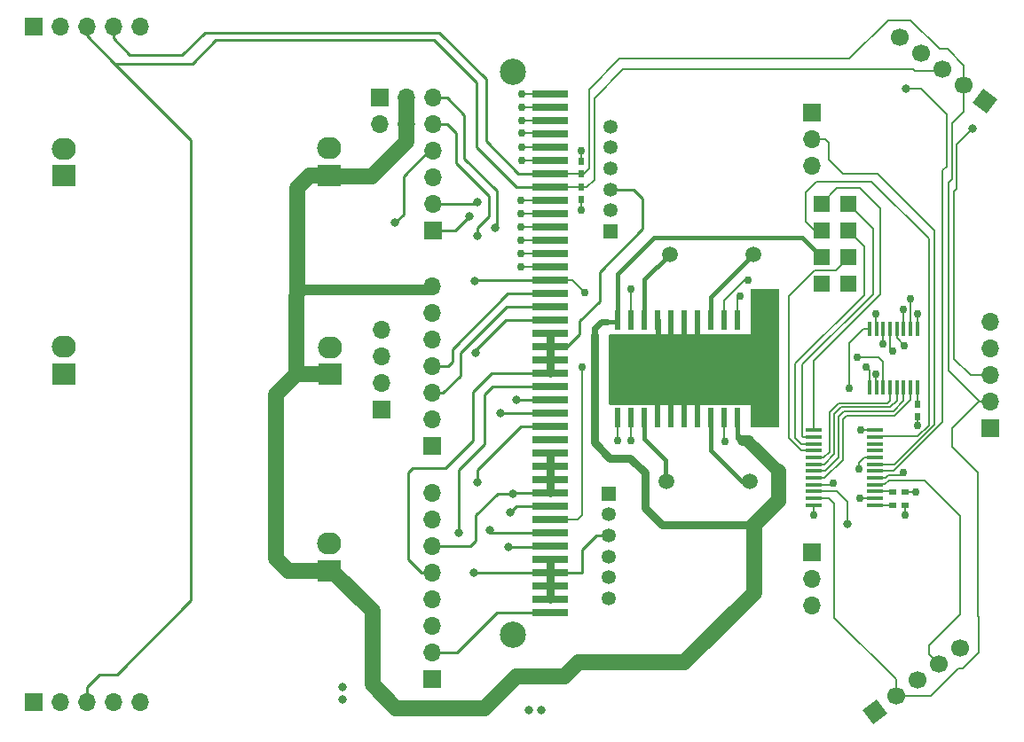
<source format=gbr>
%TF.GenerationSoftware,KiCad,Pcbnew,(6.0.7)*%
%TF.CreationDate,2022-09-18T19:12:44+05:00*%
%TF.ProjectId,minisumo_v3,6d696e69-7375-46d6-9f5f-76332e6b6963,rev?*%
%TF.SameCoordinates,Original*%
%TF.FileFunction,Copper,L1,Top*%
%TF.FilePolarity,Positive*%
%FSLAX46Y46*%
G04 Gerber Fmt 4.6, Leading zero omitted, Abs format (unit mm)*
G04 Created by KiCad (PCBNEW (6.0.7)) date 2022-09-18 19:12:44*
%MOMM*%
%LPD*%
G01*
G04 APERTURE LIST*
G04 Aperture macros list*
%AMHorizOval*
0 Thick line with rounded ends*
0 $1 width*
0 $2 $3 position (X,Y) of the first rounded end (center of the circle)*
0 $4 $5 position (X,Y) of the second rounded end (center of the circle)*
0 Add line between two ends*
20,1,$1,$2,$3,$4,$5,0*
0 Add two circle primitives to create the rounded ends*
1,1,$1,$2,$3*
1,1,$1,$4,$5*%
%AMRotRect*
0 Rectangle, with rotation*
0 The origin of the aperture is its center*
0 $1 length*
0 $2 width*
0 $3 Rotation angle, in degrees counterclockwise*
0 Add horizontal line*
21,1,$1,$2,0,0,$3*%
G04 Aperture macros list end*
%TA.AperFunction,ComponentPad*%
%ADD10R,2.300000X2.100000*%
%TD*%
%TA.AperFunction,ComponentPad*%
%ADD11O,2.300000X2.100000*%
%TD*%
%TA.AperFunction,SMDPad,CuDef*%
%ADD12R,0.558800X1.981200*%
%TD*%
%TA.AperFunction,SMDPad,CuDef*%
%ADD13R,1.500000X0.450000*%
%TD*%
%TA.AperFunction,ComponentPad*%
%ADD14R,1.700000X1.700000*%
%TD*%
%TA.AperFunction,ComponentPad*%
%ADD15O,1.700000X1.700000*%
%TD*%
%TA.AperFunction,ComponentPad*%
%ADD16RotRect,1.700000X1.700000X127.000000*%
%TD*%
%TA.AperFunction,ComponentPad*%
%ADD17HorizOval,1.700000X0.000000X0.000000X0.000000X0.000000X0*%
%TD*%
%TA.AperFunction,ComponentPad*%
%ADD18RotRect,1.700000X1.700000X233.000000*%
%TD*%
%TA.AperFunction,ComponentPad*%
%ADD19HorizOval,1.700000X0.000000X0.000000X0.000000X0.000000X0*%
%TD*%
%TA.AperFunction,ComponentPad*%
%ADD20R,1.350000X1.350000*%
%TD*%
%TA.AperFunction,ComponentPad*%
%ADD21C,1.350000*%
%TD*%
%TA.AperFunction,ComponentPad*%
%ADD22C,1.508000*%
%TD*%
%TA.AperFunction,SMDPad,CuDef*%
%ADD23R,0.610000X0.635000*%
%TD*%
%TA.AperFunction,SMDPad,CuDef*%
%ADD24R,0.635000X0.610000*%
%TD*%
%TA.AperFunction,ComponentPad*%
%ADD25C,2.500000*%
%TD*%
%TA.AperFunction,SMDPad,CuDef*%
%ADD26R,3.500000X0.800000*%
%TD*%
%TA.AperFunction,SMDPad,CuDef*%
%ADD27R,0.324800X1.365200*%
%TD*%
%TA.AperFunction,ComponentPad*%
%ADD28R,1.508000X1.508000*%
%TD*%
%TA.AperFunction,ViaPad*%
%ADD29C,0.800000*%
%TD*%
%TA.AperFunction,ViaPad*%
%ADD30C,0.756400*%
%TD*%
%TA.AperFunction,Conductor*%
%ADD31C,0.254000*%
%TD*%
%TA.AperFunction,Conductor*%
%ADD32C,0.800000*%
%TD*%
%TA.AperFunction,Conductor*%
%ADD33C,0.250000*%
%TD*%
%TA.AperFunction,Conductor*%
%ADD34C,0.400000*%
%TD*%
%TA.AperFunction,Conductor*%
%ADD35C,0.152400*%
%TD*%
%TA.AperFunction,Conductor*%
%ADD36C,0.500000*%
%TD*%
%TA.AperFunction,Conductor*%
%ADD37C,1.500000*%
%TD*%
%TA.AperFunction,Conductor*%
%ADD38C,1.000000*%
%TD*%
%TA.AperFunction,Conductor*%
%ADD39C,1.400000*%
%TD*%
%TA.AperFunction,Conductor*%
%ADD40C,0.700000*%
%TD*%
%TA.AperFunction,Conductor*%
%ADD41C,1.200000*%
%TD*%
%TA.AperFunction,Conductor*%
%ADD42C,0.600000*%
%TD*%
G04 APERTURE END LIST*
D10*
%TO.P,U2,1,5V*%
%TO.N,+5V*%
X130147050Y-124550000D03*
X130145050Y-86830000D03*
X130175050Y-105822000D03*
D11*
%TO.P,U2,2,GND*%
%TO.N,GND*%
X130147050Y-121958800D03*
X130145050Y-84235400D03*
X130175050Y-103230800D03*
D10*
%TO.P,U2,3,3v3*%
%TO.N,+3V3*%
X104797050Y-105780000D03*
X104787050Y-86840000D03*
D11*
%TO.P,U2,4,GND*%
%TO.N,GND*%
X104787050Y-84245400D03*
X104797050Y-103185400D03*
%TD*%
D12*
%TO.P,U1,1,ENABLE_1*%
%TO.N,Net-(U1-Pad1)*%
X157643100Y-109954900D03*
%TO.P,U1,2,INPUT_1*%
%TO.N,Net-(U1-Pad2)*%
X158913100Y-109954900D03*
%TO.P,U1,3,OUTPUT_1*%
%TO.N,/ML1*%
X160183100Y-109954900D03*
%TO.P,U1,4,GND_2*%
%TO.N,GND*%
X161453100Y-109954900D03*
%TO.P,U1,5,GND_3*%
X162723100Y-109954900D03*
%TO.P,U1,6,GND_4*%
X163993100Y-109954900D03*
%TO.P,U1,7,GND_5*%
X165263100Y-109954900D03*
%TO.P,U1,8,OUTPUT_2*%
%TO.N,/ML2*%
X166533100Y-109954900D03*
%TO.P,U1,9,INPUT_2*%
%TO.N,Net-(U1-Pad9)*%
X167803100Y-109954900D03*
%TO.P,U1,10,VS_SUPPLY*%
%TO.N,+5V*%
X169073100Y-109954900D03*
%TO.P,U1,11,ENABLE_2*%
%TO.N,Net-(U1-Pad11)*%
X169073100Y-100582300D03*
%TO.P,U1,12,INPUT_3*%
%TO.N,Net-(U1-Pad12)*%
X167803100Y-100582300D03*
%TO.P,U1,13,OUTPUT_3*%
%TO.N,/MR1*%
X166533100Y-100582300D03*
%TO.P,U1,14,GND_6*%
%TO.N,GND*%
X165263100Y-100582300D03*
%TO.P,U1,15,GND_7*%
X163993100Y-100582300D03*
%TO.P,U1,16,GND_8*%
X162723100Y-100582300D03*
%TO.P,U1,17,GND*%
X161453100Y-100582300D03*
%TO.P,U1,18,OUTPUT_4*%
%TO.N,/MR2*%
X160183100Y-100582300D03*
%TO.P,U1,19,INPUT_4*%
%TO.N,Net-(U1-Pad19)*%
X158913100Y-100582300D03*
%TO.P,U1,20,VSS_LOGIC*%
%TO.N,+5V*%
X157643100Y-100582300D03*
%TD*%
D13*
%TO.P,U8,1,~{INT}*%
%TO.N,Net-(R13-PadP$1)*%
X182154100Y-118286100D03*
%TO.P,U8,2,A1*%
%TO.N,GND*%
X182154100Y-117636100D03*
%TO.P,U8,3,~{RESET}*%
%TO.N,Net-(R12-PadP$1)*%
X182154100Y-116986100D03*
%TO.P,U8,4,P00*%
%TO.N,/XS1*%
X182154100Y-116336100D03*
%TO.P,U8,5,P01*%
%TO.N,/XS2*%
X182154100Y-115686100D03*
%TO.P,U8,6,P02*%
%TO.N,/XS3*%
X182154100Y-115036100D03*
%TO.P,U8,7,P03*%
%TO.N,/NW*%
X182154100Y-114386100D03*
%TO.P,U8,8,P04*%
%TO.N,/NE*%
X182154100Y-113736100D03*
%TO.P,U8,9,P05*%
%TO.N,/SW*%
X182154100Y-113086100D03*
%TO.P,U8,10,P06*%
%TO.N,/SE*%
X182154100Y-112436100D03*
%TO.P,U8,11,P07*%
%TO.N,/IO1*%
X182154100Y-111786100D03*
%TO.P,U8,12,GND*%
%TO.N,GND*%
X182154100Y-111136100D03*
%TO.P,U8,13,P10*%
%TO.N,/IO2*%
X176354100Y-111136100D03*
%TO.P,U8,14,P11*%
%TO.N,/IO3*%
X176354100Y-111786100D03*
%TO.P,U8,15,P12*%
%TO.N,/IO4*%
X176354100Y-112436100D03*
%TO.P,U8,16,P13*%
%TO.N,/IO5*%
X176354100Y-113086100D03*
%TO.P,U8,17,P14*%
%TO.N,/INPUT_1*%
X176354100Y-113736100D03*
%TO.P,U8,18,P15*%
%TO.N,/INPUT_2*%
X176354100Y-114386100D03*
%TO.P,U8,19,P16*%
%TO.N,/INPUT_3*%
X176354100Y-115036100D03*
%TO.P,U8,20,P17*%
%TO.N,/INPUT_4*%
X176354100Y-115686100D03*
%TO.P,U8,21,A0*%
%TO.N,GND*%
X176354100Y-116336100D03*
%TO.P,U8,22,SCL*%
%TO.N,SCL*%
X176354100Y-116986100D03*
%TO.P,U8,23,SDA*%
%TO.N,SDA*%
X176354100Y-117636100D03*
%TO.P,U8,24,VCC*%
%TO.N,+3V3*%
X176354100Y-118286100D03*
%TD*%
D14*
%TO.P,U15,1,Pin_1*%
%TO.N,+3V3*%
X101880000Y-137110000D03*
D15*
%TO.P,U15,2,Pin_2*%
%TO.N,SDA*%
X104420000Y-137110000D03*
%TO.P,U15,3,Pin_3*%
%TO.N,SCL*%
X106960000Y-137110000D03*
%TO.P,U15,4,Pin_4*%
%TO.N,unconnected-(U15-Pad4)*%
X109500000Y-137110000D03*
%TO.P,U15,5,Pin_5*%
%TO.N,GND*%
X112040000Y-137110000D03*
%TD*%
D16*
%TO.P,U7,1,Pin_1*%
%TO.N,+3V3*%
X182154100Y-138034600D03*
D17*
%TO.P,U7,2,Pin_2*%
%TO.N,SDA*%
X184182634Y-136505990D03*
%TO.P,U7,3,Pin_3*%
%TO.N,SCL*%
X186211168Y-134977380D03*
%TO.P,U7,4,Pin_4*%
%TO.N,/XS1*%
X188239703Y-133448770D03*
%TO.P,U7,5,Pin_5*%
%TO.N,GND*%
X190268237Y-131920159D03*
%TD*%
D14*
%TO.P,JP2,1,Pin_1*%
%TO.N,IO32*%
X140000000Y-92100000D03*
D15*
%TO.P,JP2,2,Pin_2*%
%TO.N,IO15*%
X140000000Y-89560000D03*
%TO.P,JP2,3,Pin_3*%
%TO.N,IO33*%
X140000000Y-87020000D03*
%TO.P,JP2,4,Pin_4*%
%TO.N,IO27*%
X140000000Y-84480000D03*
%TO.P,JP2,5,Pin_5*%
%TO.N,IO12*%
X140000000Y-81940000D03*
%TO.P,JP2,6,Pin_6*%
%TO.N,IO13*%
X140000000Y-79400000D03*
%TD*%
D14*
%TO.P,U10,+3V3,+3V3*%
%TO.N,+3V3*%
X176190000Y-122810000D03*
D15*
%TO.P,U10,GND,GND*%
%TO.N,GND*%
X176190000Y-127890000D03*
%TO.P,U10,SIGNAL,SIGNAL*%
%TO.N,/NE*%
X176190000Y-125350000D03*
%TD*%
D18*
%TO.P,U5,1,Pin_1*%
%TO.N,+3V3*%
X192695100Y-79741600D03*
D19*
%TO.P,U5,2,Pin_2*%
%TO.N,SDA*%
X190666566Y-78212990D03*
%TO.P,U5,3,Pin_3*%
%TO.N,SCL*%
X188638032Y-76684380D03*
%TO.P,U5,4,Pin_4*%
%TO.N,/XS3*%
X186609497Y-75155770D03*
%TO.P,U5,5,Pin_5*%
%TO.N,GND*%
X184580963Y-73627159D03*
%TD*%
D20*
%TO.P,J1,1,1*%
%TO.N,/MR1*%
X156930000Y-92150000D03*
D21*
%TO.P,J1,2,2*%
%TO.N,/MR2*%
X156930000Y-90150000D03*
%TO.P,J1,3,3*%
%TO.N,A2*%
X156930000Y-88150000D03*
%TO.P,J1,4,4*%
%TO.N,IO32*%
X156930000Y-86150000D03*
%TO.P,J1,5,5*%
%TO.N,+3V3*%
X156930000Y-84150000D03*
%TO.P,J1,6,6*%
%TO.N,GND*%
X156930000Y-82150000D03*
%TD*%
D22*
%TO.P,M1,1,1*%
%TO.N,/ML1*%
X162241100Y-116003600D03*
%TO.P,M1,2,2*%
%TO.N,/ML2*%
X170241100Y-116003600D03*
%TD*%
D23*
%TO.P,R10,P$1,P$1*%
%TO.N,SCL*%
X154150600Y-87933100D03*
%TO.P,R10,P$2,P$2*%
%TO.N,+3V3*%
X154150600Y-89127100D03*
%TD*%
D14*
%TO.P,U6,1,Pin_1*%
%TO.N,+3V3*%
X193203100Y-110983600D03*
D15*
%TO.P,U6,2,Pin_2*%
%TO.N,SDA*%
X193203100Y-108443600D03*
%TO.P,U6,3,Pin_3*%
%TO.N,SCL*%
X193203100Y-105903600D03*
%TO.P,U6,4,Pin_4*%
%TO.N,/XS2*%
X193203100Y-103363600D03*
%TO.P,U6,5,Pin_5*%
%TO.N,GND*%
X193203100Y-100823600D03*
%TD*%
D14*
%TO.P,JP1,1,Pin_1*%
%TO.N,IO16*%
X139910000Y-134920000D03*
D15*
%TO.P,JP1,2,Pin_2*%
%TO.N,IO17*%
X139910000Y-132380000D03*
%TO.P,JP1,3,Pin_3*%
%TO.N,A0*%
X139910000Y-129840000D03*
%TO.P,JP1,4,Pin_4*%
%TO.N,A1*%
X139910000Y-127300000D03*
%TO.P,JP1,5,Pin_5*%
%TO.N,A2*%
X139910000Y-124760000D03*
%TO.P,JP1,6,Pin_6*%
%TO.N,A3*%
X139910000Y-122220000D03*
%TO.P,JP1,7,Pin_7*%
%TO.N,A4*%
X139910000Y-119680000D03*
%TO.P,JP1,8,Pin_8*%
%TO.N,unconnected-(JP1-Pad8)*%
X139910000Y-117140000D03*
%TD*%
D24*
%TO.P,R13,P$1,P$1*%
%TO.N,Net-(R13-PadP$1)*%
X183868600Y-118286100D03*
%TO.P,R13,P$2,P$2*%
%TO.N,+3V3*%
X185062600Y-118286100D03*
%TD*%
D20*
%TO.P,J2,1,1*%
%TO.N,/ML1*%
X156770000Y-117200000D03*
D21*
%TO.P,J2,2,2*%
%TO.N,/ML2*%
X156770000Y-119200000D03*
%TO.P,J2,3,3*%
%TO.N,A4*%
X156770000Y-121200000D03*
%TO.P,J2,4,4*%
%TO.N,A3*%
X156770000Y-123200000D03*
%TO.P,J2,5,5*%
%TO.N,+3V3*%
X156770000Y-125200000D03*
%TO.P,J2,6,6*%
%TO.N,GND*%
X156770000Y-127200000D03*
%TD*%
D25*
%TO.P,U4,1*%
%TO.N,N/C*%
X147666100Y-76908100D03*
%TO.P,U4,2*%
X147666100Y-130708100D03*
D26*
%TO.P,U4,3.3V@9,+3.3V*%
%TO.N,+3V3*%
X151166100Y-89203100D03*
%TO.P,U4,3.3V@10,+3.3V*%
X151166100Y-90473100D03*
%TO.P,U4,3.3V@11,+3.3V*%
X151166100Y-91743100D03*
%TO.P,U4,3.3V@12,+3.3V*%
X151166100Y-93013100D03*
%TO.P,U4,3.3V@13,+3.3V*%
X151166100Y-94283100D03*
%TO.P,U4,3.3V@14,+3.3V*%
X151166100Y-95553100D03*
%TO.P,U4,GND@1,GND*%
%TO.N,GND*%
X151166100Y-79043100D03*
%TO.P,U4,GND@2,GND*%
X151166100Y-80313100D03*
%TO.P,U4,GND@3,GND*%
X151166100Y-81583100D03*
%TO.P,U4,GND@4,GND*%
X151166100Y-82853100D03*
%TO.P,U4,GND@5,GND*%
X151166100Y-84123100D03*
%TO.P,U4,GND@6,GND*%
X151166100Y-85393100D03*
%TO.P,U4,P0_ANALOG_IN@36,P0_ANALOG_IN*%
%TO.N,A4*%
X151166100Y-123493100D03*
%TO.P,U4,P0_ANALOG_IN@37,P0_ANALOG_IN*%
X151166100Y-124763100D03*
%TO.P,U4,P0_ANALOG_IN@38,P0_ANALOG_IN*%
X151166100Y-126033100D03*
%TO.P,U4,P0_ANALOG_IN@39,P0_ANALOG_IN*%
X151166100Y-127303100D03*
%TO.P,U4,P1_ANALOG_IN@28,P1_ANALOG_IN*%
%TO.N,A3*%
X151166100Y-113333100D03*
%TO.P,U4,P1_ANALOG_IN@29,P1_ANALOG_IN*%
X151166100Y-114603100D03*
%TO.P,U4,P1_ANALOG_IN@30,P1_ANALOG_IN*%
X151166100Y-115873100D03*
%TO.P,U4,P1_ANALOG_IN@31,P1_ANALOG_IN*%
X151166100Y-117143100D03*
%TO.P,U4,P2_ANALOG_IN@19,P2_ANALOG_IN*%
%TO.N,A2*%
X151166100Y-101903100D03*
%TO.P,U4,P2_ANALOG_IN@20,P2_ANALOG_IN*%
X151166100Y-103173100D03*
%TO.P,U4,P2_ANALOG_IN@21,P2_ANALOG_IN*%
X151166100Y-104443100D03*
%TO.P,U4,P2_ANALOG_IN@22,P2_ANALOG_IN*%
X151166100Y-105713100D03*
%TO.P,U4,P3_LED_COL_1_ANALOG_IN,P3_LED_COL_1_ANALOG_IN*%
%TO.N,IO17*%
X151166100Y-128573100D03*
%TO.P,U4,P4_LED_COL_2_ANALOG_IN,P4_LED_COL_2_ANALOG_IN*%
%TO.N,IO16*%
X151166100Y-122223100D03*
%TO.P,U4,P5_BUTTON_A,P5_BUTTON_A*%
%TO.N,IO32*%
X151166100Y-120953100D03*
%TO.P,U4,P6_LED_COL_9,P6_LED_COL_9*%
%TO.N,IO15*%
X151166100Y-119683100D03*
%TO.P,U4,P7_LED_COL8,P7_LED_COL_8*%
%TO.N,IO33*%
X151166100Y-118413100D03*
%TO.P,U4,P8,P8*%
%TO.N,/IO21*%
X151166100Y-112063100D03*
%TO.P,U4,P9_LED_COL_7,P9_LED_COL_7*%
%TO.N,IO27*%
X151166100Y-110793100D03*
%TO.P,U4,P10_LED_COL_3_ANALOG_IN,P10_LED_COL_3_ANAOLOG_IN*%
%TO.N,IO12*%
X151166100Y-109523100D03*
%TO.P,U4,P11_BUTTON_B,P11_BUTTON_B*%
%TO.N,IO13*%
X151166100Y-108253100D03*
%TO.P,U4,P13_SCK,P13_SCK*%
%TO.N,SCK*%
X151166100Y-100633100D03*
%TO.P,U4,P14_MISO,P14_MISO*%
%TO.N,MISO*%
X151166100Y-99363100D03*
%TO.P,U4,P15_MOSI,P15_MOSI*%
%TO.N,MOSI*%
X151166100Y-98093100D03*
%TO.P,U4,P16,P16*%
%TO.N,A0*%
X151166100Y-96823100D03*
%TO.P,U4,P20_SDA,P20_SDA*%
%TO.N,SDA*%
X151166100Y-86663100D03*
%TO.P,U4,P21_SCL,P19_SCL*%
%TO.N,SCL*%
X151166100Y-87933100D03*
%TO.P,U4,RESERVED,P12(Res)*%
%TO.N,A1*%
X151166100Y-106983100D03*
%TD*%
D22*
%TO.P,M2,1,1*%
%TO.N,/MR1*%
X170601100Y-94343600D03*
%TO.P,M2,2,2*%
%TO.N,/MR2*%
X162601100Y-94343600D03*
%TD*%
D23*
%TO.P,R9,P$1,P$1*%
%TO.N,SDA*%
X154150600Y-86663100D03*
%TO.P,R9,P$2,P$2*%
%TO.N,+3V3*%
X154150600Y-85469100D03*
%TD*%
D14*
%TO.P,J3,1,Pin_1*%
%TO.N,/ML1*%
X135100000Y-109200000D03*
D15*
%TO.P,J3,2,Pin_2*%
%TO.N,/ML2*%
X135100000Y-106660000D03*
%TO.P,J3,3,Pin_3*%
%TO.N,/MR1*%
X135100000Y-104120000D03*
%TO.P,J3,4,Pin_4*%
%TO.N,/MR2*%
X135100000Y-101580000D03*
%TD*%
D27*
%TO.P,U3,1,A1*%
%TO.N,IO15*%
X181657100Y-107022000D03*
%TO.P,U3,2,VCCA*%
%TO.N,+3V3*%
X182307100Y-107022000D03*
%TO.P,U3,3,A2*%
%TO.N,A0*%
X182957100Y-107022000D03*
%TO.P,U3,4,A3*%
%TO.N,/INPUT_1*%
X183607100Y-107022000D03*
%TO.P,U3,5,A4*%
%TO.N,/INPUT_2*%
X184257096Y-107022000D03*
%TO.P,U3,6,A5*%
%TO.N,/INPUT_3*%
X184907100Y-107022000D03*
%TO.P,U3,7,A6*%
%TO.N,/INPUT_4*%
X185557096Y-107022000D03*
%TO.P,U3,8,OE*%
%TO.N,Net-(R11-PadP$1)*%
X186207100Y-107022000D03*
%TO.P,U3,9,GND*%
%TO.N,GND*%
X186207100Y-101483200D03*
%TO.P,U3,10,B6*%
%TO.N,Net-(U1-Pad19)*%
X185557100Y-101483200D03*
%TO.P,U3,11,B5*%
%TO.N,Net-(U1-Pad12)*%
X184907100Y-101483200D03*
%TO.P,U3,12,B4*%
%TO.N,Net-(U1-Pad9)*%
X184257100Y-101483200D03*
%TO.P,U3,13,B3*%
%TO.N,Net-(U1-Pad2)*%
X183607104Y-101483200D03*
%TO.P,U3,14,B2*%
%TO.N,Net-(U1-Pad11)*%
X182957100Y-101483200D03*
%TO.P,U3,15,VCCB*%
%TO.N,+5V*%
X182307104Y-101483200D03*
%TO.P,U3,16,B1*%
%TO.N,Net-(U1-Pad1)*%
X181657100Y-101483200D03*
%TD*%
D24*
%TO.P,R12,P$1,P$1*%
%TO.N,Net-(R12-PadP$1)*%
X183868600Y-117016100D03*
%TO.P,R12,P$2,P$2*%
%TO.N,+3V3*%
X185062600Y-117016100D03*
%TD*%
D28*
%TO.P,U13,3V3,+3V3*%
%TO.N,+3V3*%
X177074100Y-97140600D03*
%TO.P,U13,6V,+6V*%
%TO.N,+5V*%
X177074100Y-94600600D03*
%TO.P,U13,GND,GND*%
%TO.N,GND*%
X179614100Y-97140600D03*
%TO.P,U13,GPIO1,GPIO1*%
%TO.N,/IO1*%
X177074100Y-92060600D03*
%TO.P,U13,GPIO2,GPIO2*%
%TO.N,/IO2*%
X177074100Y-89520600D03*
%TO.P,U13,GPIO3,GPIO3*%
%TO.N,/IO3*%
X179614100Y-89520600D03*
%TO.P,U13,GPIO4,GPIO4*%
%TO.N,/IO4*%
X179614100Y-92060600D03*
%TO.P,U13,GPIO5,GPIO5*%
%TO.N,/IO5*%
X179614100Y-94600600D03*
%TD*%
D14*
%TO.P,U16,1,Pin_1*%
%TO.N,GND*%
X101870000Y-72570000D03*
D15*
%TO.P,U16,2,Pin_2*%
%TO.N,unconnected-(U16-Pad2)*%
X104410000Y-72570000D03*
%TO.P,U16,3,Pin_3*%
%TO.N,SCL*%
X106950000Y-72570000D03*
%TO.P,U16,4,Pin_4*%
%TO.N,SDA*%
X109490000Y-72570000D03*
%TO.P,U16,5,Pin_5*%
%TO.N,+3V3*%
X112030000Y-72570000D03*
%TD*%
D14*
%TO.P,U9,+3V3,+3V3*%
%TO.N,+3V3*%
X176190000Y-80810000D03*
D15*
%TO.P,U9,GND,GND*%
%TO.N,GND*%
X176190000Y-85890000D03*
%TO.P,U9,SIGNAL,SIGNAL*%
%TO.N,/NW*%
X176190000Y-83350000D03*
%TD*%
D14*
%TO.P,U14,1,Pin_1*%
%TO.N,GND*%
X139900000Y-112650000D03*
D15*
%TO.P,U14,2,Pin_2*%
%TO.N,unconnected-(U14-Pad2)*%
X139900000Y-110110000D03*
%TO.P,U14,3,Pin_3*%
%TO.N,MISO*%
X139900000Y-107570000D03*
%TO.P,U14,4,Pin_4*%
%TO.N,MOSI*%
X139900000Y-105030000D03*
%TO.P,U14,5,Pin_5*%
%TO.N,SCK*%
X139900000Y-102490000D03*
%TO.P,U14,6,Pin_6*%
%TO.N,unconnected-(U14-Pad6)*%
X139900000Y-99950000D03*
%TO.P,U14,7,Pin_7*%
%TO.N,+5V*%
X139900000Y-97410000D03*
%TD*%
D23*
%TO.P,R11,P$1,P$1*%
%TO.N,Net-(R11-PadP$1)*%
X186218100Y-108634100D03*
%TO.P,R11,P$2,P$2*%
%TO.N,+3V3*%
X186218100Y-109828100D03*
%TD*%
D14*
%TO.P,U11,1,Pin_1*%
%TO.N,GND*%
X134910000Y-79405000D03*
D15*
%TO.P,U11,2,Pin_2*%
%TO.N,+5V*%
X137450000Y-79405000D03*
%TO.P,U11,3,Pin_3*%
%TO.N,GND*%
X134910000Y-81945000D03*
%TO.P,U11,4,Pin_4*%
%TO.N,+5V*%
X137450000Y-81945000D03*
%TD*%
D29*
%TO.N,IO33*%
X147410000Y-119010000D03*
%TO.N,A4*%
X143880000Y-124730000D03*
D30*
%TO.N,GND*%
X148499100Y-84123100D03*
X161453100Y-107745100D03*
X148499100Y-81583100D03*
X186218100Y-100061600D03*
X180693600Y-117651100D03*
X163993100Y-107745100D03*
X148499100Y-80313100D03*
X165263100Y-107745100D03*
X165263100Y-103046100D03*
X161516600Y-103046100D03*
X162723100Y-103046100D03*
X148435600Y-85393100D03*
X178153600Y-116190600D03*
X162723100Y-107745100D03*
X163993100Y-103046100D03*
X180820600Y-111110600D03*
X148499100Y-82789600D03*
X148499100Y-79043100D03*
%TO.N,+3V3*%
X186218100Y-110729600D03*
X148372100Y-90473100D03*
X182281100Y-105776600D03*
X154150600Y-84440600D03*
X148372100Y-91743100D03*
X148372100Y-95553100D03*
X185075100Y-119238600D03*
X154150600Y-90092100D03*
X176340000Y-119280000D03*
X148372100Y-89203100D03*
X186027600Y-117016100D03*
X148372100Y-93013100D03*
X148372100Y-94283100D03*
%TO.N,+5V*%
X182281100Y-100061600D03*
D29*
%TO.N,A3*%
X147600000Y-117180000D03*
%TO.N,IO16*%
X147240000Y-122260000D03*
D30*
%TO.N,Net-(U1-Pad1)*%
X157643100Y-112126600D03*
X179741100Y-107173600D03*
%TO.N,Net-(U1-Pad2)*%
X158913100Y-112126600D03*
X183868600Y-103617600D03*
%TO.N,Net-(U1-Pad9)*%
X167866600Y-112190100D03*
X184948100Y-103046100D03*
%TO.N,Net-(U1-Pad11)*%
X169327100Y-98347100D03*
X182916100Y-102919100D03*
%TO.N,Net-(U1-Pad12)*%
X170057350Y-96854850D03*
X184884600Y-99617100D03*
%TO.N,Net-(U1-Pad19)*%
X185583100Y-98601100D03*
X158870000Y-97620000D03*
D29*
%TO.N,A0*%
X143960000Y-96900000D03*
D30*
X154450000Y-98020000D03*
X180439600Y-104189100D03*
D29*
%TO.N,A1*%
X142450000Y-120950000D03*
%TO.N,/ML2*%
X131360000Y-135670000D03*
X149170000Y-137880000D03*
X131340000Y-136870000D03*
X150370000Y-137890000D03*
%TO.N,IO32*%
X145410000Y-120730000D03*
X143460000Y-90740000D03*
D30*
%TO.N,IO15*%
X154230000Y-105150000D03*
D29*
X144220000Y-89400000D03*
D30*
X181328600Y-105141600D03*
D29*
%TO.N,IO27*%
X144250000Y-116130000D03*
X136370000Y-91320000D03*
%TO.N,IO12*%
X146453100Y-109523100D03*
X144220000Y-92540000D03*
%TO.N,IO13*%
X145900000Y-91860000D03*
X148003100Y-108253100D03*
%TO.N,SCL*%
X179510000Y-120130000D03*
X191480000Y-82340000D03*
%TO.N,SCK*%
X144040000Y-103760000D03*
%TO.N,/XS3*%
X185160000Y-78520000D03*
D30*
%TO.N,/XS2*%
X184884600Y-115174600D03*
%TO.N,/NE*%
X180630100Y-114857100D03*
%TD*%
D31*
%TO.N,A2*%
X155890000Y-96030000D02*
X155890000Y-98810000D01*
D32*
X151166100Y-105713100D02*
X151166100Y-104443100D01*
D33*
X156930000Y-88150000D02*
X159130000Y-88150000D01*
D31*
X152766900Y-103173100D02*
X151166100Y-103173100D01*
X143850000Y-112130000D02*
X143850000Y-107500000D01*
X137630000Y-123480000D02*
X137630000Y-115210000D01*
X143850000Y-107500000D02*
X145636900Y-105713100D01*
D33*
X159130000Y-88150000D02*
X160000000Y-89020000D01*
D32*
X151166100Y-104443100D02*
X151166100Y-103173100D01*
D31*
X138060000Y-114780000D02*
X141200000Y-114780000D01*
D32*
X151166100Y-103173100D02*
X151166100Y-101903100D01*
D31*
X139910000Y-124760000D02*
X138910000Y-124760000D01*
X141200000Y-114780000D02*
X143850000Y-112130000D01*
X153980000Y-100720000D02*
X153980000Y-101960000D01*
X145636900Y-105713100D02*
X151166100Y-105713100D01*
X160000000Y-91920000D02*
X155890000Y-96030000D01*
X137630000Y-115210000D02*
X138060000Y-114780000D01*
X155890000Y-98810000D02*
X153980000Y-100720000D01*
X138910000Y-124760000D02*
X137630000Y-123480000D01*
X153980000Y-101960000D02*
X152766900Y-103173100D01*
X160000000Y-89020000D02*
X160000000Y-91920000D01*
%TO.N,IO33*%
X151166100Y-118413100D02*
X148006900Y-118413100D01*
X148006900Y-118413100D02*
X147410000Y-119010000D01*
D32*
%TO.N,A4*%
X151166100Y-127303100D02*
X151166100Y-126033100D01*
D31*
X151199200Y-124730000D02*
X151166100Y-124763100D01*
D32*
X151166100Y-124763100D02*
X151166100Y-123493100D01*
D31*
X155570000Y-121200000D02*
X156770000Y-121200000D01*
X154210000Y-122560000D02*
X155570000Y-121200000D01*
X154210000Y-124730000D02*
X151199200Y-124730000D01*
X151133000Y-124730000D02*
X151166100Y-124763100D01*
X143880000Y-124730000D02*
X151133000Y-124730000D01*
X154210000Y-124730000D02*
X154210000Y-122560000D01*
D32*
X151166100Y-126033100D02*
X151166100Y-124763100D01*
D34*
%TO.N,/MR2*%
X160183100Y-96761600D02*
X162601100Y-94343600D01*
X160183100Y-100582300D02*
X160183100Y-96761600D01*
D35*
%TO.N,GND*%
X151166100Y-84123100D02*
X148499100Y-84123100D01*
X151102600Y-82789600D02*
X148499100Y-82789600D01*
X151166100Y-82853100D02*
X151102600Y-82789600D01*
X180708600Y-117636100D02*
X180693600Y-117651100D01*
D36*
X162723100Y-100582300D02*
X162723100Y-103046100D01*
X165263100Y-100582300D02*
X165263100Y-103046100D01*
D35*
X151166100Y-81583100D02*
X148499100Y-81583100D01*
D36*
X161453100Y-109954900D02*
X161453100Y-107745100D01*
X162723100Y-109954900D02*
X162723100Y-107745100D01*
D35*
X151166100Y-85393100D02*
X148435600Y-85393100D01*
X151166100Y-79043100D02*
X148499100Y-79043100D01*
D36*
X163993100Y-100582300D02*
X163993100Y-103046100D01*
D35*
X161453100Y-100582300D02*
X161516600Y-100645800D01*
X186207100Y-101483200D02*
X186207100Y-100072600D01*
X182154100Y-117636100D02*
X180708600Y-117636100D01*
D36*
X163993100Y-109954900D02*
X163993100Y-107745100D01*
D35*
X176354100Y-116336100D02*
X178008100Y-116336100D01*
X182154100Y-111136100D02*
X180846100Y-111136100D01*
X151166100Y-80313100D02*
X148499100Y-80313100D01*
D36*
X161516600Y-100645800D02*
X161516600Y-103046100D01*
X165263100Y-109954900D02*
X165263100Y-107745100D01*
D35*
X178008100Y-116336100D02*
X178153600Y-116190600D01*
X186207100Y-100072600D02*
X186218100Y-100061600D01*
X180846100Y-111136100D02*
X180820600Y-111110600D01*
%TO.N,+3V3*%
X182281100Y-106996000D02*
X182281100Y-105776600D01*
X151166100Y-95553100D02*
X148372100Y-95553100D01*
X151166100Y-93013100D02*
X148372100Y-93013100D01*
X151166100Y-89203100D02*
X148372100Y-89203100D01*
X186218100Y-109828100D02*
X186218100Y-110729600D01*
X154150600Y-89127100D02*
X154150600Y-90092100D01*
X185075100Y-118298600D02*
X185075100Y-119238600D01*
X176340000Y-119280000D02*
X176340000Y-118300200D01*
X182307100Y-107022000D02*
X182281100Y-106996000D01*
X185062600Y-117016100D02*
X186027600Y-117016100D01*
X151166100Y-91743100D02*
X148372100Y-91743100D01*
X185062600Y-118286100D02*
X185075100Y-118298600D01*
X151166100Y-90473100D02*
X148372100Y-90473100D01*
X154150600Y-85469100D02*
X154150600Y-84440600D01*
X151166100Y-94283100D02*
X148372100Y-94283100D01*
X176340000Y-118300200D02*
X176354100Y-118286100D01*
D32*
%TO.N,+5V*%
X160210000Y-115170000D02*
X160210000Y-118560000D01*
D35*
X157643100Y-100582300D02*
X157401800Y-100823600D01*
D32*
X161860000Y-120210000D02*
X170620000Y-120210000D01*
D37*
X147950000Y-134630000D02*
X144910000Y-137670000D01*
D34*
X157401800Y-100823600D02*
X156736400Y-100823600D01*
D38*
X139590000Y-97720000D02*
X127530000Y-97720000D01*
D37*
X127040000Y-88050000D02*
X128260000Y-86830000D01*
X170620000Y-120210000D02*
X170620000Y-126680000D01*
D34*
X169073100Y-111733100D02*
X169220000Y-111880000D01*
D37*
X134220000Y-128380000D02*
X130390000Y-124550000D01*
D34*
X161080900Y-92759100D02*
X157643100Y-96196900D01*
X169073100Y-109954900D02*
X169073100Y-111733100D01*
D39*
X172916900Y-117913100D02*
X172916900Y-114986900D01*
D40*
X169220000Y-111880000D02*
X169433100Y-112093100D01*
D32*
X160210000Y-118560000D02*
X161860000Y-120210000D01*
D41*
X172993800Y-115143800D02*
X170210000Y-112360000D01*
D37*
X128260000Y-86830000D02*
X129985050Y-86830000D01*
X144910000Y-137670000D02*
X136480000Y-137670000D01*
X130035050Y-86880000D02*
X129985050Y-86830000D01*
X126948000Y-105822000D02*
X130015050Y-105822000D01*
D42*
X155440000Y-101420000D02*
X155440000Y-101960000D01*
D37*
X134200000Y-86880000D02*
X130035050Y-86880000D01*
X164000000Y-133300000D02*
X153910000Y-133300000D01*
X137450000Y-81945000D02*
X137450000Y-83630000D01*
D35*
X182281100Y-101457197D02*
X182281100Y-100061600D01*
D32*
X156870000Y-113790000D02*
X158830000Y-113790000D01*
D37*
X170620000Y-120210000D02*
X172916900Y-117913100D01*
X125050000Y-107720000D02*
X126948000Y-105822000D01*
D38*
X139900000Y-97410000D02*
X139590000Y-97720000D01*
D37*
X129987050Y-124550000D02*
X126210000Y-124550000D01*
X126210000Y-124550000D02*
X125050000Y-123390000D01*
D34*
X177074100Y-94600600D02*
X175232600Y-92759100D01*
D37*
X170620000Y-126680000D02*
X164000000Y-133300000D01*
X136480000Y-137670000D02*
X134220000Y-135410000D01*
X153910000Y-133300000D02*
X152580000Y-134630000D01*
X130390000Y-124550000D02*
X129987050Y-124550000D01*
D38*
X169525000Y-112150000D02*
X170115000Y-112150000D01*
D32*
X155420000Y-112340000D02*
X156870000Y-113790000D01*
D42*
X156084575Y-100785425D02*
X155455425Y-101414575D01*
D37*
X152580000Y-134630000D02*
X147950000Y-134630000D01*
X126948000Y-98302000D02*
X127040000Y-98210000D01*
D38*
X127530000Y-97720000D02*
X126948000Y-98302000D01*
D37*
X125050000Y-123390000D02*
X125050000Y-107720000D01*
X127040000Y-98210000D02*
X127040000Y-88050000D01*
X137450000Y-83630000D02*
X134200000Y-86880000D01*
D32*
X155420000Y-102040000D02*
X155420000Y-112340000D01*
D35*
X182307103Y-101483200D02*
X182281100Y-101457197D01*
D32*
X158830000Y-113790000D02*
X160210000Y-115170000D01*
D37*
X134220000Y-135410000D02*
X134220000Y-128380000D01*
D34*
X175232600Y-92759100D02*
X161080900Y-92759100D01*
D37*
X137450000Y-81945000D02*
X137450000Y-79405000D01*
X126948000Y-105822000D02*
X126948000Y-98302000D01*
D34*
X157643100Y-96196900D02*
X157643100Y-100582300D01*
D42*
X156569150Y-100780850D02*
X156139150Y-100780850D01*
D34*
%TO.N,/MR1*%
X166533100Y-100582300D02*
X166533100Y-98411600D01*
X166533100Y-98411600D02*
X170601100Y-94343600D01*
D33*
%TO.N,A3*%
X144090000Y-119280000D02*
X144090000Y-121720000D01*
D32*
X151166100Y-117143100D02*
X151166100Y-115873100D01*
D33*
X143590000Y-122220000D02*
X139910000Y-122220000D01*
D31*
X147600000Y-117180000D02*
X147640000Y-117140000D01*
D33*
X146190000Y-117180000D02*
X144090000Y-119280000D01*
D31*
X151163000Y-117140000D02*
X151166100Y-117143100D01*
D32*
X151166100Y-115873100D02*
X151166100Y-114603100D01*
D31*
X147640000Y-117140000D02*
X151163000Y-117140000D01*
D33*
X147600000Y-117180000D02*
X146190000Y-117180000D01*
D32*
X151166100Y-114603100D02*
X151166100Y-113333100D01*
D33*
X144090000Y-121720000D02*
X143590000Y-122220000D01*
D31*
%TO.N,IO16*%
X151129200Y-122260000D02*
X151166100Y-122223100D01*
X147240000Y-122260000D02*
X151129200Y-122260000D01*
%TO.N,IO17*%
X151166100Y-128573100D02*
X146116900Y-128573100D01*
X146116900Y-128573100D02*
X142310000Y-132380000D01*
X142310000Y-132380000D02*
X139910000Y-132380000D01*
D35*
%TO.N,Net-(R12-PadP$1)*%
X183838600Y-116986100D02*
X183868600Y-117016100D01*
X182154100Y-116986100D02*
X183838600Y-116986100D01*
%TO.N,Net-(R13-PadP$1)*%
X182154100Y-118286100D02*
X183868600Y-118286100D01*
%TO.N,/IO1*%
X176590000Y-87420000D02*
X181870000Y-87420000D01*
X187297600Y-92847600D02*
X187297600Y-110666100D01*
X186218100Y-111745600D02*
X182194600Y-111745600D01*
X182194600Y-111745600D02*
X182154100Y-111786100D01*
X177074100Y-92060600D02*
X176390600Y-92060600D01*
X187297600Y-110666100D02*
X186218100Y-111745600D01*
X175590000Y-88420000D02*
X176590000Y-87420000D01*
X181870000Y-87420000D02*
X187297600Y-92847600D01*
X175590000Y-91260000D02*
X175590000Y-88420000D01*
X176390600Y-92060600D02*
X175590000Y-91260000D01*
%TO.N,/IO2*%
X182670000Y-89960000D02*
X180740000Y-88030000D01*
X176354100Y-104485900D02*
X182670000Y-98170000D01*
X178564700Y-88030000D02*
X177074100Y-89520600D01*
X180740000Y-88030000D02*
X178564700Y-88030000D01*
X176354100Y-111136100D02*
X176354100Y-104485900D01*
X182670000Y-98170000D02*
X182670000Y-89960000D01*
%TO.N,/IO3*%
X175336600Y-111786100D02*
X175232600Y-111682100D01*
X181980000Y-91886500D02*
X179614100Y-89520600D01*
X175232600Y-111682100D02*
X175232600Y-104877400D01*
X181980000Y-98130000D02*
X181980000Y-91886500D01*
X176354100Y-111786100D02*
X175336600Y-111786100D01*
X175232600Y-104877400D02*
X181980000Y-98130000D01*
%TO.N,/IO4*%
X175161100Y-112436100D02*
X174590000Y-111865000D01*
X181138100Y-93584600D02*
X179614100Y-92060600D01*
X181138100Y-98219750D02*
X181138100Y-93584600D01*
X176354100Y-112436100D02*
X175161100Y-112436100D01*
X174590000Y-111865000D02*
X174590000Y-104767850D01*
X174590000Y-104767850D02*
X181138100Y-98219750D01*
%TO.N,/IO5*%
X173950000Y-111860000D02*
X173950000Y-98296200D01*
X179614100Y-94664100D02*
X179614100Y-94600600D01*
X178407600Y-95870600D02*
X179614100Y-94664100D01*
X173950000Y-98296200D02*
X176375600Y-95870600D01*
X176354100Y-113086100D02*
X175176100Y-113086100D01*
X175176100Y-113086100D02*
X173950000Y-111860000D01*
X176375600Y-95870600D02*
X178407600Y-95870600D01*
%TO.N,Net-(U1-Pad1)*%
X157643100Y-109954900D02*
X157643100Y-112126600D01*
X181096800Y-101483200D02*
X179741100Y-102838900D01*
X179741100Y-102838900D02*
X179741100Y-107173600D01*
X181657100Y-101483200D02*
X181096800Y-101483200D01*
%TO.N,Net-(U1-Pad2)*%
X183607103Y-103356104D02*
X183868600Y-103617600D01*
X183607103Y-101483200D02*
X183607103Y-103356104D01*
X158913100Y-109954900D02*
X158913100Y-112126600D01*
%TO.N,Net-(U1-Pad9)*%
X167803100Y-112126600D02*
X167803100Y-109954900D01*
X184257100Y-102355100D02*
X184948100Y-103046100D01*
X167866600Y-112190100D02*
X167803100Y-112126600D01*
X184257100Y-101483200D02*
X184257100Y-102355100D01*
%TO.N,Net-(U1-Pad11)*%
X182916100Y-101524200D02*
X182957100Y-101483200D01*
X169073100Y-98601100D02*
X169327100Y-98347100D01*
X169073100Y-100582300D02*
X169073100Y-98601100D01*
X182916100Y-102919100D02*
X182916100Y-101524200D01*
%TO.N,Net-(U1-Pad12)*%
X184907100Y-99639600D02*
X184907100Y-101483200D01*
X167803100Y-100582300D02*
X167803100Y-98728100D01*
X167803100Y-98728100D02*
X169866850Y-96664350D01*
X169866850Y-96664350D02*
X170057350Y-96854850D01*
X184884600Y-99617100D02*
X184907100Y-99639600D01*
%TO.N,Net-(U1-Pad19)*%
X185583100Y-98601100D02*
X185583100Y-101457200D01*
X158913100Y-100582300D02*
X158913100Y-97663100D01*
X185583100Y-101457200D02*
X185557100Y-101483200D01*
X158913100Y-97663100D02*
X158870000Y-97620000D01*
%TO.N,A0*%
X182535100Y-104189100D02*
X180439600Y-104189100D01*
D31*
X143960000Y-96900000D02*
X144036900Y-96823100D01*
D35*
X182957100Y-104611100D02*
X182535100Y-104189100D01*
X153960100Y-97521600D02*
X153261600Y-96823100D01*
X182957100Y-107022000D02*
X182957100Y-104611100D01*
X154450000Y-98020000D02*
X153960100Y-97530100D01*
X153261600Y-96823100D02*
X151166100Y-96823100D01*
D31*
X144036900Y-96823100D02*
X151166100Y-96823100D01*
D35*
X153960100Y-97530100D02*
X153960100Y-97521600D01*
D31*
%TO.N,A1*%
X142450000Y-120950000D02*
X142450000Y-114940000D01*
X144890000Y-107750000D02*
X145656900Y-106983100D01*
X145656900Y-106983100D02*
X151166100Y-106983100D01*
X144890000Y-112500000D02*
X144890000Y-107750000D01*
X142450000Y-114940000D02*
X144890000Y-112500000D01*
D35*
%TO.N,/INPUT_1*%
X183614600Y-107029500D02*
X183607100Y-107022000D01*
X183614600Y-108316600D02*
X183614600Y-107029500D01*
X177830000Y-109465700D02*
X178725100Y-108570600D01*
X177306100Y-113736100D02*
X177830000Y-113212200D01*
X176354100Y-113736100D02*
X177306100Y-113736100D01*
X183360600Y-108570600D02*
X183614600Y-108316600D01*
X178725100Y-108570600D02*
X183360600Y-108570600D01*
X177830000Y-113212200D02*
X177830000Y-109465700D01*
%TO.N,/INPUT_2*%
X176354100Y-114386100D02*
X177354600Y-114386100D01*
X177354600Y-114386100D02*
X178300000Y-113440700D01*
X183616200Y-108950000D02*
X184257096Y-108309104D01*
X178300000Y-113440700D02*
X178300000Y-109620000D01*
X178300000Y-109620000D02*
X178970000Y-108950000D01*
X178970000Y-108950000D02*
X183616200Y-108950000D01*
X184257096Y-108309104D02*
X184257096Y-107022000D01*
%TO.N,/INPUT_3*%
X184907100Y-108357600D02*
X184907100Y-107022000D01*
X179170000Y-109350000D02*
X183914700Y-109350000D01*
X178690000Y-113735756D02*
X178690000Y-109830000D01*
X183914700Y-109350000D02*
X184907100Y-108357600D01*
X176360000Y-115030200D02*
X177395556Y-115030200D01*
X177395556Y-115030200D02*
X178690000Y-113735756D01*
X178690000Y-109830000D02*
X179170000Y-109350000D01*
X176354100Y-115036100D02*
X176360000Y-115030200D01*
%TO.N,/INPUT_4*%
X184076200Y-109760000D02*
X185557096Y-108279104D01*
X177388100Y-115686100D02*
X179110000Y-113964200D01*
X185557096Y-108279104D02*
X185557096Y-107022000D01*
X179450000Y-109760000D02*
X184076200Y-109760000D01*
X176354100Y-115686100D02*
X177388100Y-115686100D01*
X179110000Y-110100000D02*
X179450000Y-109760000D01*
X179110000Y-113964200D02*
X179110000Y-110100000D01*
D34*
%TO.N,/ML2*%
X169493600Y-116003600D02*
X170241100Y-116003600D01*
X166533100Y-109954900D02*
X166533100Y-113043100D01*
X166533100Y-113043100D02*
X169493600Y-116003600D01*
%TO.N,/ML1*%
X162200000Y-114000000D02*
X162200000Y-115962500D01*
X162200000Y-115962500D02*
X162241100Y-116003600D01*
X160183100Y-111983100D02*
X162200000Y-114000000D01*
X160183100Y-109954900D02*
X160183100Y-111983100D01*
D35*
%TO.N,Net-(R11-PadP$1)*%
X186218100Y-108634100D02*
X186207100Y-108623100D01*
X186207100Y-108623100D02*
X186207100Y-107022000D01*
D31*
%TO.N,IO32*%
X145633100Y-120953100D02*
X145410000Y-120730000D01*
X143460000Y-90740000D02*
X142100000Y-92100000D01*
X142100000Y-92100000D02*
X140000000Y-92100000D01*
X151166100Y-120953100D02*
X145633100Y-120953100D01*
D35*
%TO.N,IO15*%
X154230000Y-119230000D02*
X153776900Y-119683100D01*
X181657100Y-105470100D02*
X181657100Y-107022000D01*
D31*
X144220000Y-89400000D02*
X144220000Y-89510000D01*
D35*
X153776900Y-119683100D02*
X151166100Y-119683100D01*
D31*
X144170000Y-89560000D02*
X140000000Y-89560000D01*
X144220000Y-89510000D02*
X144170000Y-89560000D01*
D35*
X154230000Y-105150000D02*
X154230000Y-119230000D01*
X181328600Y-105141600D02*
X181657100Y-105470100D01*
D31*
%TO.N,IO27*%
X139580000Y-84480000D02*
X140000000Y-84480000D01*
X136370000Y-91320000D02*
X137180000Y-90510000D01*
X144250000Y-116130000D02*
X144250000Y-114920000D01*
X137180000Y-86880000D02*
X139580000Y-84480000D01*
X148376900Y-110793100D02*
X151166100Y-110793100D01*
X137180000Y-90510000D02*
X137180000Y-86880000D01*
X144250000Y-114920000D02*
X148376900Y-110793100D01*
%TO.N,IO12*%
X141350000Y-81940000D02*
X140000000Y-81940000D01*
X142200000Y-85610000D02*
X142200000Y-82790000D01*
X144220000Y-91850000D02*
X145350000Y-90720000D01*
X145350000Y-90720000D02*
X145350000Y-88760000D01*
X144220000Y-92540000D02*
X144220000Y-91850000D01*
X151166100Y-109523100D02*
X146453100Y-109523100D01*
X145350000Y-88760000D02*
X142200000Y-85610000D01*
X142200000Y-82790000D02*
X141350000Y-81940000D01*
%TO.N,IO13*%
X151166100Y-108253100D02*
X148003100Y-108253100D01*
X146090000Y-88280000D02*
X146090000Y-91670000D01*
X141340000Y-79400000D02*
X142990000Y-81050000D01*
X142990000Y-81050000D02*
X142990000Y-85180000D01*
X142990000Y-85180000D02*
X146090000Y-88280000D01*
X146090000Y-91670000D02*
X145900000Y-91860000D01*
X140000000Y-79400000D02*
X141340000Y-79400000D01*
D35*
%TO.N,SDA*%
X178270000Y-129030000D02*
X184182634Y-134942634D01*
D31*
X148153100Y-86663100D02*
X145050000Y-83560000D01*
X109490000Y-73740000D02*
X111090000Y-75340000D01*
D35*
X190110000Y-133870000D02*
X187474010Y-136505990D01*
X190580000Y-133870000D02*
X190110000Y-133870000D01*
X189500000Y-87160000D02*
X189200000Y-87460000D01*
D31*
X109490000Y-72570000D02*
X109490000Y-73740000D01*
X140620000Y-73160000D02*
X118220000Y-73160000D01*
D35*
X190666566Y-78212990D02*
X190666566Y-80703434D01*
X154900000Y-86140000D02*
X154900000Y-78570000D01*
X192030000Y-115170000D02*
X192030000Y-128940000D01*
X178270000Y-118148500D02*
X178270000Y-129030000D01*
X154900000Y-78570000D02*
X157830000Y-75640000D01*
X187474010Y-136505990D02*
X184182634Y-136505990D01*
X154150600Y-86663100D02*
X154376900Y-86663100D01*
X190666566Y-76306566D02*
X190666566Y-78212990D01*
X189200000Y-105480000D02*
X192163600Y-108443600D01*
X189570000Y-112710000D02*
X192030000Y-115170000D01*
X189570000Y-110960000D02*
X189570000Y-112710000D01*
D31*
X145050000Y-77590000D02*
X140620000Y-73160000D01*
X151166100Y-86663100D02*
X148153100Y-86663100D01*
X145050000Y-83560000D02*
X145050000Y-77590000D01*
D35*
X189090000Y-74730000D02*
X190666566Y-76306566D01*
X193203100Y-108443600D02*
X192086400Y-108443600D01*
X183430000Y-71970000D02*
X185560000Y-71970000D01*
X192040000Y-128950000D02*
X192040000Y-132410000D01*
X177757600Y-117636100D02*
X178270000Y-118148500D01*
X192030000Y-128940000D02*
X192040000Y-128950000D01*
D31*
X116040000Y-75340000D02*
X118220000Y-73160000D01*
D35*
X151166100Y-86663100D02*
X154150600Y-86663100D01*
X188320000Y-74730000D02*
X189090000Y-74730000D01*
X184182634Y-134942634D02*
X184182634Y-136505990D01*
X185560000Y-71970000D02*
X188320000Y-74730000D01*
X190666566Y-80703434D02*
X189500000Y-81870000D01*
X192040000Y-132410000D02*
X190580000Y-133870000D01*
X192086400Y-108443600D02*
X189570000Y-110960000D01*
X192163600Y-108443600D02*
X193203100Y-108443600D01*
X189500000Y-81870000D02*
X189500000Y-87160000D01*
X179760000Y-75640000D02*
X183430000Y-71970000D01*
X157830000Y-75640000D02*
X179760000Y-75640000D01*
X176354100Y-117636100D02*
X177757600Y-117636100D01*
X189200000Y-87460000D02*
X189200000Y-105480000D01*
D31*
X111090000Y-75340000D02*
X116040000Y-75340000D01*
D35*
X154376900Y-86663100D02*
X154900000Y-86140000D01*
%TO.N,SCL*%
X155400000Y-79450000D02*
X158165618Y-76684382D01*
X185814382Y-76684382D02*
X185970000Y-76840000D01*
X189980000Y-83840000D02*
X189980000Y-88130000D01*
X178546100Y-116986100D02*
X176354100Y-116986100D01*
X155400000Y-87206200D02*
X155400000Y-79450000D01*
X189730000Y-104310000D02*
X191323600Y-105903600D01*
D33*
X109830000Y-134450000D02*
X116890000Y-127390000D01*
D31*
X144130000Y-84100000D02*
X144130000Y-77930000D01*
X106950000Y-73470000D02*
X106950000Y-72570000D01*
D33*
X116890000Y-83410000D02*
X109610000Y-76130000D01*
D31*
X151166100Y-87933100D02*
X147963100Y-87933100D01*
D33*
X106960000Y-135690000D02*
X108200000Y-134450000D01*
X108200000Y-134450000D02*
X109830000Y-134450000D01*
D35*
X179510000Y-117950000D02*
X178546100Y-116986100D01*
X158165618Y-76684382D02*
X185814382Y-76684382D01*
X188482412Y-76840000D02*
X188638032Y-76684380D01*
D31*
X109610000Y-76130000D02*
X106950000Y-73470000D01*
X147963100Y-87933100D02*
X144130000Y-84100000D01*
X117040000Y-76130000D02*
X109610000Y-76130000D01*
D35*
X185970000Y-76840000D02*
X188482412Y-76840000D01*
X189980000Y-88130000D02*
X189730000Y-88380000D01*
D31*
X144130000Y-77930000D02*
X140100000Y-73900000D01*
D33*
X116890000Y-127390000D02*
X116890000Y-83410000D01*
D35*
X189730000Y-88380000D02*
X189730000Y-104310000D01*
X179510000Y-120130000D02*
X179510000Y-117950000D01*
X154673100Y-87933100D02*
X155400000Y-87206200D01*
X191323600Y-105903600D02*
X193203100Y-105903600D01*
D31*
X119270000Y-73900000D02*
X117040000Y-76130000D01*
D35*
X154150600Y-87933100D02*
X154673100Y-87933100D01*
D31*
X140100000Y-73900000D02*
X119270000Y-73900000D01*
D33*
X106960000Y-137110000D02*
X106960000Y-135690000D01*
D35*
X151166100Y-87933100D02*
X154150600Y-87933100D01*
X191480000Y-82340000D02*
X189980000Y-83840000D01*
D31*
%TO.N,SCK*%
X144040000Y-103760000D02*
X144040000Y-103530000D01*
X146936900Y-100633100D02*
X151166100Y-100633100D01*
X144040000Y-103530000D02*
X146936900Y-100633100D01*
%TO.N,MISO*%
X142600000Y-103760000D02*
X146996900Y-99363100D01*
X142600000Y-105920000D02*
X142600000Y-103760000D01*
X140950000Y-107570000D02*
X142600000Y-105920000D01*
X146996900Y-99363100D02*
X151166100Y-99363100D01*
X139900000Y-107570000D02*
X140950000Y-107570000D01*
D35*
%TO.N,/XS3*%
X188631100Y-110348600D02*
X188631100Y-86338900D01*
X186580000Y-78520000D02*
X185160000Y-78520000D01*
X189000000Y-85970000D02*
X189000000Y-80940000D01*
X182154100Y-115036100D02*
X183943600Y-115036100D01*
X188631100Y-86338900D02*
X189000000Y-85970000D01*
X189000000Y-80940000D02*
X186580000Y-78520000D01*
X183943600Y-115036100D02*
X188631100Y-110348600D01*
%TO.N,/XS2*%
X182154100Y-115686100D02*
X183166600Y-115686100D01*
X183166600Y-115686100D02*
X183424100Y-115428600D01*
X184630600Y-115428600D02*
X184884600Y-115174600D01*
X183424100Y-115428600D02*
X184630600Y-115428600D01*
%TO.N,/XS1*%
X187360000Y-132569067D02*
X187360000Y-131700000D01*
X186886600Y-115936600D02*
X183487600Y-115936600D01*
X190300000Y-119350000D02*
X186886600Y-115936600D01*
X183487600Y-115936600D02*
X183106600Y-116317600D01*
X183106600Y-116317600D02*
X182172600Y-116317600D01*
X190300000Y-128760000D02*
X190300000Y-119350000D01*
X188239703Y-133448770D02*
X187360000Y-132569067D01*
X182172600Y-116317600D02*
X182154100Y-116336100D01*
X187360000Y-131700000D02*
X190300000Y-128760000D01*
%TO.N,/NW*%
X187805600Y-92035600D02*
X182400000Y-86630000D01*
X184008656Y-114386100D02*
X187805600Y-110589157D01*
X177430000Y-83350000D02*
X176190000Y-83350000D01*
X177770000Y-83690000D02*
X177430000Y-83350000D01*
X182400000Y-86630000D02*
X179130000Y-86630000D01*
X177770000Y-85270000D02*
X177770000Y-83690000D01*
X187805600Y-110589157D02*
X187805600Y-92035600D01*
X179130000Y-86630000D02*
X177770000Y-85270000D01*
X182154100Y-114386100D02*
X184008656Y-114386100D01*
%TO.N,/NE*%
X182154100Y-113736100D02*
X181179600Y-113736100D01*
X181179600Y-113736100D02*
X180630100Y-114285600D01*
X180630100Y-114285600D02*
X180630100Y-114857100D01*
D31*
%TO.N,MOSI*%
X141410000Y-105030000D02*
X139900000Y-105030000D01*
X141840000Y-104600000D02*
X141410000Y-105030000D01*
X151166100Y-98093100D02*
X147136900Y-98093100D01*
X147136900Y-98093100D02*
X141840000Y-103390000D01*
X141840000Y-103390000D02*
X141840000Y-104600000D01*
%TD*%
%TA.AperFunction,Conductor*%
%TO.N,GND*%
G36*
X173057934Y-97646766D02*
G01*
X173068800Y-97673000D01*
X173068800Y-110807200D01*
X173057934Y-110833434D01*
X173031700Y-110844300D01*
X170367500Y-110844300D01*
X170341266Y-110833434D01*
X170330400Y-110807200D01*
X170330400Y-108710300D01*
X156847500Y-108710300D01*
X156821266Y-108699434D01*
X156810400Y-108673200D01*
X156810400Y-102054500D01*
X156821266Y-102028266D01*
X156847500Y-102017400D01*
X170330400Y-102017400D01*
X170330400Y-97673000D01*
X170341266Y-97646766D01*
X170367500Y-97635900D01*
X173031700Y-97635900D01*
X173057934Y-97646766D01*
G37*
%TD.AperFunction*%
%TD*%
M02*

</source>
